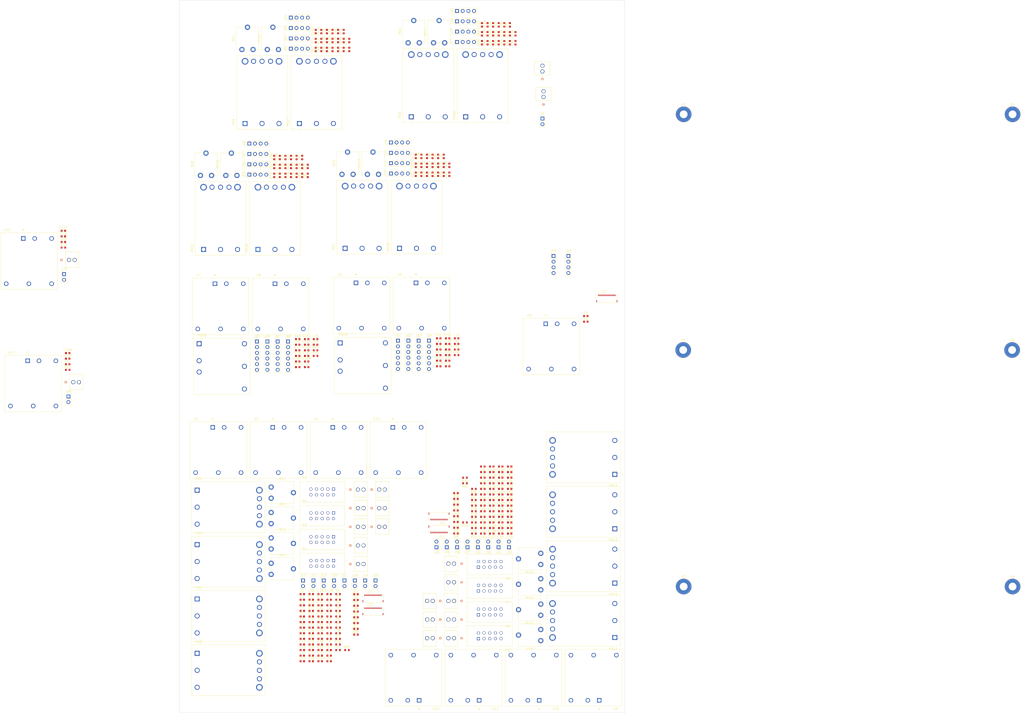
<source format=kicad_pcb>
(kicad_pcb (version 20240108) (generator "pcbnew") (generator_version "8.0")
  (layers (0 "F.Cu" signal) (31 "B.Cu" signal) (34 "B.Paste" user) (35 "F.Paste" user) (36 "B.SilkS" user "B.Silkscreen") (37 "F.SilkS" user "F.Silkscreen") (38 "B.Mask" user) (39 "F.Mask" user) (44 "Edge.Cuts" user))
  (net 0 "")
  (net 1 "48V")
  (net 2 "GND")
  (net 3 "Net-(PS2-GND)")
  (net 4 "Net-(PS3-GND)")
  (net 5 "Net-(PS4-GND)")
  (net 6 "Net-(PS5-GND)")
  (net 7 "Net-(PS7-GND)")
  (net 8 "Net-(PS11-GND)")
  (net 9 "Net-(PS12-GND)")
  (net 10 "Net-(PS13-GND)")
  (net 11 "Net-(PS15-GND)")
  (net 12 "Net-(PS16-GND)")
  (net 13 "Net-(PS17-GND)")
  (net 14 "/TxRFswMUXv1 board/+5V_1")
  (net 15 "/TxRFswMUXv1 board/+5V_2")
  (net 16 "/TxRFswMUXv1 board/+5V_3")
  (net 17 "/TxRFswMUXv1 board/+5V_4")
  (net 18 "/TxRFswMUXv1 board/P1.1_VCTL2_SW1")
  (net 19 "/TxRFswMUXv1 board/P1.2_VCTL2_SW2")
  (net 20 "/TxRFswMUXv1 board/P1.3_VCTL1")
  (net 21 "/TxRFswMUXv1 board/P2.1_VCTL2_SW1")
  (net 22 "/TxRFswMUXv1 board/P2.3_VCTL1")
  (net 23 "/TxRFswMUXv1 board/P3.1_VCTL2_SW1")
  (net 24 "/TxRFswMUXv1 board/P3.3_VCTL1")
  (net 25 "/TxRFswMUXv1 board/P4.1_VCTL2_SW1")
  (net 26 "/TxRFswMUXv1 board/P4.3_VCTL1")
  (net 27 "/TxRFswMUXv1 board/TxPA1_5V_CTL")
  (net 28 "/TxRFswMUXv1 board/TxPA2_5V_CTL")
  (net 29 "/TxRFswMUXv1 board/TxPA3_5V_CTL")
  (net 30 "/TxRFswMUXv1 board/TxPA4_5V_CTL")
  (net 33 "/TxRFswMUXv1 board/TxPA1_8V_CTL")
  (net 34 "/TxRFswMUXv1 board/TxPA2_8V_CTL")
  (net 35 "/TxRFswMUXv1 board/TxPA3_8V_CTL")
  (net 36 "/TxRFswMUXv1 board/TxPA4_8V_CTL")
  (net 39 "/RxRFswMUXv1 board/P1.1_VCTL2_SW1")
  (net 40 "/RxRFswMUXv1 board/P1.2_VCTL2_SW2")
  (net 41 "/RxRFswMUXv1 board/P1.3_VCTL1")
  (net 42 "/RxRFswMUXv1 board/P2.1_VCTL2_SW1")
  (net 43 "/RxRFswMUXv1 board/P2.3_VCTL1")
  (net 44 "/RxRFswMUXv1 board/P3.1_VCTL2_SW1")
  (net 45 "/RxRFswMUXv1 board/P3.3_VCTL1")
  (net 46 "/RxRFswMUXv1 board/P4.1_VCTL2_SW1")
  (net 47 "/RxRFswMUXv1 board/P4.3_VCTL1")
  (net 48 "+3.3V")
  (net 81 "Net-(PS2-TRIM)")
  (net 82 "Net-(PS3-TRIM)")
  (net 83 "Net-(PS4-TRIM)")
  (net 84 "Net-(PS5-TRIM)")
  (net 85 "Net-(PS7-TRIM)")
  (net 86 "Net-(PS11-TRIM)")
  (net 87 "Net-(PS12-TRIM)")
  (net 88 "Net-(PS13-TRIM)")
  (net 89 "Net-(PS15-TRIM)")
  (net 90 "Net-(PS16-TRIM)")
  (net 91 "Net-(PS17-TRIM)")
  (net 93 "/EN_3.3V_FROM_5V")
  (net 94 "Net-(PS9-GND)")
  (net 95 "Net-(PS10-GND)")
  (net 96 "Net-(PS14-GND)")
  (net 97 "Net-(D1-K)")
  (net 98 "Net-(D2-K)")
  (net 99 "Net-(D3-K)")
  (net 100 "Net-(D4-K)")
  (net 101 "Net-(D5-K)")
  (net 102 "Net-(D6-K)")
  (net 103 "Net-(D7-K)")
  (net 104 "Net-(D8-K)")
  (net 105 "Net-(D9-K)")
  (net 106 "/RxRFswMUXv1 board/+5V_1")
  (net 107 "Net-(D10-K)")
  (net 108 "/RxRFswMUXv1 board/+5V_2")
  (net 109 "Net-(D11-K)")
  (net 110 "/RxRFswMUXv1 board/+5V_3")
  (net 111 "Net-(D12-K)")
  (net 112 "/RxRFswMUXv1 board/+5V_4")
  (net 113 "Net-(D13-K)")
  (net 114 "Net-(D14-K)")
  (net 115 "Net-(D15-K)")
  (net 116 "Net-(D16-K)")
  (net 117 "Net-(PS9-TRIM)")
  (net 118 "Net-(PS10-TRIM)")
  (net 119 "Net-(PS14-TRIM)")
  (net 120 "/Tx_RPi4_HAT_board/+24V")
  (net 121 "Net-(PS19-GND)")
  (net 122 "Net-(PS8-GND)")
  (net 123 "/RxRFswMUXv1 board/RxLNA1_5V_CTL")
  (net 124 "/RxRFswMUXv1 board/RxLNA2_5V_CTL")
  (net 125 "/RxRFswMUXv1 board/RxLNA3_5V_CTL")
  (net 126 "/RxRFswMUXv1 board/RxLNA4_5V_CTL")
  (net 129 "/RxRFswMUXv1 board/RxLNA1_8V_CTL")
  (net 130 "/RxRFswMUXv1 board/RxLNA2_8V_CTL")
  (net 131 "/RxRFswMUXv1 board/RxLNA3_8V_CTL")
  (net 132 "/RxRFswMUXv1 board/RxLNA4_8V_CTL")
  (net 135 "Net-(PS8-TRIM)")
  (net 136 "/Rx_RPi4_HAT_board/+24V")
  (net 137 "/Tx_RPi4_HAT_board/+5V_1")
  (net 138 "/Tx_RPi4_HAT_board/+5V_2")
  (net 139 "/Rx_RPi4_HAT_board/+5V_1")
  (net 140 "/Rx_RPi4_HAT_board/+5V_2")
  (net 141 "/Tx_RPi4_HAT_board/PDQE15-Q48-D24-D_EMC_1/CTRL")
  (net 143 "Net-(PS19-TRIM)")
  (net 145 "/Rx_RPi4_HAT_board/PDQE15-Q48-D24-D_EMC_1/CTRL")
  (net 146 "+48V")
  (net 147 "Net-(U1-TRIM)")
  (net 148 "Net-(U2-TRIM)")
  (net 149 "Net-(U4-TRIM)")
  (net 150 "Net-(U5-TRIM)")
  (net 151 "Net-(U6-TRIM)")
  (net 152 "Net-(U7-TRIM)")
  (net 153 "Net-(U8-TRIM)")
  (net 154 "Net-(U9-TRIM)")
  (net 163 "/TxRFswMUXv1 board/+8V_1")
  (net 164 "/TxRFswMUXv1 board/+8V_2")
  (net 165 "/TxRFswMUXv1 board/+8V_3")
  (net 166 "/TxRFswMUXv1 board/+8V_4")
  (net 167 "/RxRFswMUXv1 board/+8V_2")
  (net 168 "/RxRFswMUXv1 board/+8V_1")
  (net 169 "/RxRFswMUXv1 board/+8V_3")
  (net 170 "/RxRFswMUXv1 board/+8V_4")
  (net 171 "/TxBFN-16C/+6.5V_2")
  (net 172 "/TxBFN-16F/+6.5V_2")
  (net 173 "/RxBFN-16F/+6.5V_2")
  (net 174 "/RxBFN-16C/+6.5V_2")
  (net 175 "/TxBFN-16C/+6.5V_1")
  (net 176 "/TxBFN-16F/+6.5V_1")
  (net 177 "/RxBFN-16F/+6.5V_1")
  (net 178 "/RxBFN-16C/+6.5V_1")
  (net 179 "/TxBFN-16C/+6.5V_CTL_2")
  (net 180 "/TxBFN-16F/+6.5V_CTL_2")
  (net 181 "/RxBFN-16F/+6.5V_CTL_2")
  (net 182 "/RxBFN-16C/+6.5V_CTL_2")
  (net 183 "/TxBFN-16C/+6.5V_CTL_1")
  (net 184 "/TxBFN-16F/+6.5V_CTL_1")
  (net 185 "/RxBFN-16F/+6.5V_CTL_1")
  (net 186 "/RxBFN-16C/+6.5V_CTL_1")
  (net 187 "/Rx_AGC/+6.5V")
  (net 188 "/Tx_AGC/+6.5V")
  (net 189 "Net-(U10-TRIM)")
  (net 190 "Net-(U11-TRIM)")
  (net 191 "Net-(U12-TRIM)")
  (net 192 "Net-(U13-TRIM)")
  (net 193 "/Tx_RPi4_HAT_board/PDQ10-Q48-S5-D_EMC_8/CTRL")
  (net 194 "/Tx_RPi4_HAT_board/PDQ10-Q48-S5-D_EMC_7/CTRL")
  (net 195 "/Rx_RPi4_HAT_board/PDQ10-Q48-S5-D_EMC_7/CTRL")
  (net 196 "/Rx_RPi4_HAT_board/PDQ10-Q48-S5-D_EMC_8/CTRL")
  (net 197 "/Tx_RPi4_HAT_board/PDQE15-Q48-D24-D_EMC_1/VIN")
  (net 198 "/Rx_RPi4_HAT_board/PDQE15-Q48-D24-D_EMC_1/VIN")
  (net 199 "/TxRFswMUXv1 board/PDQ10-Q48-S5-D_EMC_2/VIN")
  (net 200 "/TxRFswMUXv1 board/PDQ10-Q48-S5-D_EMC_3/VIN")
  (net 201 "/TxRFswMUXv1 board/PDQ10-Q48-S5-D_EMC_4/VIN")
  (net 202 "/Tx_RPi4_HAT_board/PDQ10-Q48-S5-D_EMC_8/VIN")
  (net 203 "/Tx_RPi4_HAT_board/PDQ10-Q48-S5-D_EMC_7/VIN")
  (net 204 "/Rx_RPi4_HAT_board/PDQ10-Q48-S5-D_EMC_7/VIN")
  (net 205 "/Rx_RPi4_HAT_board/PDQ10-Q48-S5-D_EMC_8/VIN")
  (net 206 "/RxRFswMUXv1 board/PDQ10-Q48-S5-D_EMC_10/VIN")
  (net 207 "/RxRFswMUXv1 board/PDQ10-Q48-S5-D_EMC_12/VIN")
  (net 208 "/RxRFswMUXv1 board/PDQ10-Q48-S5-D_EMC_9/VIN")
  (net 209 "/TxRFswMUXv1 board/PDQ10-Q48-S5-D_EMC_1/VIN")
  (net 210 "/RxRFswMUXv1 board/PDQ10-Q48-S5-D_EMC_11/VIN")
  (net 211 "/TxRFswMUXv1 board/PQC50-48-S5-O_EMC_trimmed_1/VIN")
  (net 212 "/TxRFswMUXv1 board/PQC50-48-S5-O_EMC_trimmed_2/VIN")
  (net 213 "/TxRFswMUXv1 board/PQC50-48-S5-O_EMC_trimmed_3/VIN")
  (net 214 "/TxRFswMUXv1 board/PQC50-48-S5-O_EMC_trimmed_4/VIN")
  (net 215 "/TxBFN-16C/PQC50-48-S5-O_EMC_trimmed_10/VIN")
  (net 216 "/TxBFN-16F/PQC50-48-S5-O_EMC_trimmed_10/VIN")
  (net 217 "/RxBFN-16F/PQC50-48-S5-O_EMC_trimmed_10/VIN")
  (net 218 "/RxBFN-16C/PQC50-48-S5-O_EMC_trimmed_10/VIN")
  (net 219 "/RxRFswMUXv1 board/PQC50-48-S5-O_EMC_trimmed_13/VIN")
  (net 220 "/RxRFswMUXv1 board/PQC50-48-S5-O_EMC_trimmed_12/VIN")
  (net 221 "/RxRFswMUXv1 board/PQC50-48-S5-O_EMC_trimmed_14/VIN")
  (net 222 "/RxRFswMUXv1 board/PQC50-48-S5-O_EMC_trimmed_11/VIN")
  (net 223 "/TxBFN-16C/PQC50-48-S5-O_EMC_trimmed_9/VIN")
  (net 224 "/TxBFN-16F/PQC50-48-S5-O_EMC_trimmed_9/VIN")
  (net 225 "/RxBFN-16F/PQC50-48-S5-O_EMC_trimmed_9/VIN")
  (net 226 "/RxBFN-16C/PQC50-48-S5-O_EMC_trimmed_9/VIN")
  (net 259 "/Rx_Eth_Switch/PDQ10-Q48-S5-D_EMC_13/VIN")
  (net 260 "/Tx_Eth_Switch/PDQ10-Q48-S5-D_EMC_13/VIN")
  (net 261 "/Rx_Eth_Switch/+5V")
  (net 262 "/Tx_Eth_Switch/+5V")
  (net 263 "/Rx_Eth_Switch/CTL")
  (net 264 "/Tx_Eth_Switch/CTL")
  (net 265 "Net-(U14-TRIM)")
  (net 266 "Net-(U15-TRIM)")
  (footprint "BCRL_power_supply:CONV_PDQ10-Q48-S5-D" (layer "F.Cu") (at 214.95 254)
    (property "Reference" "U2")
    (property "Value" "PDQ10-Q48-S5-D")
  )
  (footprint "Capacitor_SMD:C_0603_1608Metric" (layer "F.Cu") (at 310.7625 284 180)
    (property "Reference" "C110")
    (property "Value" "4.7uf/100v")
  )
  (footprint "BCRL_power_supply:CONN_OSTVN02A150_OST" (layer "F.Cu") (at 122.889724 223.550201)
    (property "Reference" "J23")
    (property "Value" "OSTVN02A150")
  )
  (footprint "Connector_PinHeader_2.54mm:PinHeader_1x02_P2.54mm_Vertical" (layer "F.Cu") (at 244.63 312.565)
    (property "Reference" "J17")
    (property "Value" "Conn_01x02")
  )
  (footprint "Capacitor_SMD:C_0603_1608Metric" (layer "F.Cu") (at 276.65 122.195 90)
    (property "Reference" "C127")
    (property "Value" "2.2nf/400vac")
  )
  (footprint "Capacitor_SMD:C_0603_1608Metric" (layer "F.Cu") (at 314.7725 284 180)
    (property "Reference" "C97")
    (property "Value" "2.2nf/400vac")
  )
  (footprint "BCRL_power_supply:CONN_OSTVN02A150_OST" (layer "F.Cu") (at 293.832776 313.376799 180)
    (property "Reference" "J27")
    (property "Value" "OSTVN02A150")
  )
  (footprint "Potentiometer_THT:Potentiometer_ACP_CA9-V10_Vertical" (layer "F.Cu") (at 211.73 309.845)
    (property "Reference" "RV4")
    (property "Value" "R_Potentiometer_Trim")
  )
  (footprint "Capacitor_SMD:C_0603_1608Metric" (layer "F.Cu") (at 234.24 66.165 90)
    (property "Reference" "C144")
    (property "Value" "330uf/63v")
  )
  (footprint "Capacitor_SMD:C_0603_1608Metric" (layer "F.Cu") (at 218.12 126.705 90)
    (property "Reference" "C153")
    (property "Value" "4.7uf/100v")
  )
  (footprint "Connector_PinHeader_2.54mm:PinHeader_1x06_P2.54mm_Vertical" (layer "F.Cu") (at 268.6575 204.93)
    (property "Reference" "J61")
    (property "Value" "Conn_01x06_Pin")
  )
  (footprint "Capacitor_SMD:C_0603_1608Metric" (layer "F.Cu") (at 236.75 74.185 90)
    (property "Reference" "C69")
    (property "Value" "4.7uf/100v")
  )
  (footprint "Connector_PinHeader_2.54mm:PinHeader_1x02_P2.54mm_Vertical" (layer "F.Cu") (at 285.9125 297.66 180)
    (property "Reference" "J40")
    (property "Value" "Conn_01x02")
  )
  (footprint "Capacitor_SMD:C_0603_1608Metric" (layer "F.Cu") (at 223.64 204.225)
    (property "Reference" "C45")
    (property "Value" "4.7uf/100v")
  )
  (footprint "Connector_PinHeader_2.54mm:PinHeader_1x04_P2.54mm_Vertical" (layer "F.Cu") (at 265.47 120.595 90)
    (property "Reference" "J45")
    (property "Value" "Conn_01x04_Pin")
  )
  (footprint "Inductor_SMD:L_0603_1608Metric" (layer "F.Cu") (at 237.74 346.305)
    (property "Reference" "L11")
    (property "Value" "2.2mh")
  )
  (footprint "BCRL_power_supply:TE_5104338-1" (layer "F.Cu") (at 239.72 271.547)
    (property "Reference" "P1")
    (property "Value" "5104338-1")
  )
  (footprint "LED_SMD:LED_0603_1608Metric" (layer "F.Cu") (at 294.6825 273.36 180)
    (property "Reference" "D16")
    (property "Value" "LED")
  )
  (footprint "Inductor_SMD:L_0603_1608Metric" (layer "F.Cu") (at 225.65 122.695 90)
    (property "Reference" "L44")
    (property "Value" "2.2mh")
  )
  (footprint "Capacitor_SMD:C_0603_1608Metric" (layer "F.Cu") (at 229.72 331.245)
    (property "Reference" "C21")
    (property "Value" "4.7uf/100v")
  )
  (footprint "BCRL_power_supply:CONV_PDQ10-Q48-S5-D" (layer "F.Cu") (at 329.5425 356.225 180)
    (property "Reference" "U10")
    (property "Value" "PDQ10-Q48-S5-D")
  )
  (footprint "Connector_PinHeader_2.54mm:PinHeader_1x02_P2.54mm_Vertical" (layer "F.Cu") (at 258.58 312.565)
    (property "Reference" "J20")
    (property "Value" "Conn_01x02")
  )
  (footprint "Inductor_SMD:L_0603_1608Metric" (layer "F.Cu") (at 237.74 321.205)
    (property "Reference" "L1")
    (property "Value" "4.7uh/3.1a")
  )
  (footprint "Capacitor_SMD:C_0603_1608Metric" (layer "F.Cu") (at 227.65 206.735)
    (property "Reference" "C165")
    (property "Value" "330uf/100v")
  )
  (footprint "Capacitor_SMD:C_0603_1608Metric" (layer "F.Cu") (at 286.9375 203.86)
    (property "Reference" "C41")
    (property "Value" "4.7uf/100v")
  )
  (footprint "LED_SMD:LED_0603_1608Metric" (layer "F.Cu") (at 294.6825 283.72 180)
    (property "Reference" "D12")
    (property "Value" "LED")
  )
  (footprint "Capacitor_SMD:C_0603_1608Metric" (layer "F.Cu") (at 223.64 214.265)
    (property "Reference" "C162")
    (property "Value" "330uf/100v")
  )
  (footprint "Capacitor_SMD:C_0603_1608Metric" (layer "F.Cu") (at 276.65 130.215 90)
    (property "Reference" "C51")
    (property "Value" "680uf/100v")
  )
  (footprint "BCRL_power_supply:CONV_PQC50-48-S5-O" (layer "F.Cu") (at 192.475 304.085)
    (property "Reference" "PS3")
    (property "Value" "PQC50-48-S5-O")
  )
  (footprint "Inductor_SMD:L_0603_1608Metric" (layer "F.Cu") (at 306.7525 266.43 180)
    (property "Reference" "L33")
    (property "Value" "2.2mh")
  )
  (footprint "LED_SMD:LED_0603_1608Metric" (layer "F.Cu") (at 249.81 329.095)
    (property "Reference" "D5")
    (property "Value" "LED")
  )
  (footprint "Connector_PinHeader_2.54mm:PinHeader_1x06_P2.54mm_Vertical" (layer "F.Cu") (at 277.9575 204.93)
    (property "Reference" "J63")
    (property "Value" "Conn_01x06_Pin")
  )
  (footprint "Inductor_SMD:L_0603_1608Metric" (layer "F.Cu") (at 218.12 122.695 90)
    (property "Reference" "L23")
    (property "Value" "2.2mh")
  )
  (footprint "Capacitor_SMD:C_0603_1608Metric" (layer "F.Cu") (at 229.72 323.715)
    (property "Reference" "C18")
    (property "Value" "4.7uf/100v")
  )
  (footprint "Inductor_SMD:L_0603_1608Metric" (layer "F.Cu") (at 237.74 328.735)
    (property "Reference" "L4")
    (property "Value" "2.2mh")
  )
  (footprint "Capacitor_SMD:C_0603_1608Metric" (layer "F.Cu") (at 314.7725 263.92 180)
    (property "Reference" "C105")
    (property "Value" "4.7uf/100v")
  )
  (footprint "Capacitor_SMD:C_0603_1608Metric" (layer "F.Cu") (at 120.38 212.995)
    (property "Reference" "C170")
    (property "Value" "4.7uf/100v")
  )
  (footprint "Inductor_SMD:L_0603_1608Metric" (layer "F.Cu") (at 289.2 122.195 90)
    (property "Reference" "L37")
    (property "Value" "2.2mh")
  )
  (footprint "Connector_PinHeader_2.54mm:PinHeader_1x02_P2.54mm_Vertical" (layer "F.Cu") (at 333.5 105.225)
    (property "Reference" "J3")
    (property "Value" "Conn_01x02")
  )
  (footprint "BCRL_power_supply:CONN_OSTVN02A150_OST" (layer "F.Cu") (at 250.659724 288.482201)
    (property "Reference" "J6")
    (property "Value" "OSTVN02A150")
  )
  (footprint "BCRL_power_supply:MOLEX_5034801600" (layer "F.Cu") (at 362.41 185.95)
    (property "Reference" "J12")
    (property "Value" "5034801600")
  )
  (footprint "Resistor_SMD:R_0603_1608Metric" (layer "F.Cu") (at 302.7425 276.47 180)
    (property "Reference" "R30")
    (property "Value" "1k")
  )
  (footprint "BCRL_power_supply:CONV_PDQ10-Q48-S5-D" (layer "F.Cu") (at 356.4925 356.225 180)
    (property "Reference" "U9")
    (property "Value" "PDQ10-Q48-S5-D")
  )
  (footprint "Inductor_SMD:L_0603_1608Metric" (layer "F.Cu") (at 237.74 338.775)
    (property "Reference" "L8")
    (property "Value" "2.2mh")
  )
  (footprint "BCRL_power_supply:CONV_PDQ10-Q48-S5-D" (layer "F.Cu") (at 104.9 224.1)
    (property "Reference" "U14")
    (property "Value" "PDQ10-Q48-S5-D")
  )
  (footprint "BCRL_power_supply:CONN_OSTVN02A150_OST" (layer "F.Cu") (at 293.832776 338.474799 180)
    (property "Reference" "J24")
    (property "Value" "OSTVN02A150")
  )
  (footprint "Capacitor_SMD:C_0603_1608Metric" (layer "F.Cu") (at 352.98 196.395)
    (property "Reference" "C6")
    (property "Value" "4.7uf/100uf")
  )
  (footprint "Capacitor_SMD:C_0603_1608Metric" (layer "F.Cu") (at 241.77 74.185 90)
    (property "Reference" "C71")
    (property "Value" "4.7uf/100v")
  )
  (footprint "Capacitor_SMD:C_0603_1608Metric" (layer "F.Cu") (at 352.98 193.885)
    (property "Reference" "C5")
    (property "Value" "4.7uf/100v")
  )
  (footprint "Capacitor_SMD:C_0603_1608Metric" (layer "F.Cu") (at 310.7625 271.45 180)
    (property "Reference" "C115")
    (property "Value" "2.2nf/400vac")
  )
  (footprint "Capacitor_SMD:C_0603_1608Metric" (layer "F.Cu") (at 233.73 333.755)
    (property "Reference" "C35")
    (property "Value" "4.7uf/100v")
  )
  (footprint "Capacitor_SMD:C_0603_1608Metric" (layer "F.Cu") (at 229.72 338.775)
    (property "Reference" "C24")
    (property "Value" "330uf/63v")
  )
  (footprint "Capacitor_SMD:C_0603_1608Metric" (layer "F.Cu") (at 246.79 74.185 90)
    (property "Reference" "C73")
    (property "Value" "2.2nf/400vac")
  )
  (footprint "BCRL_power_supply:CONV_PDQ10-Q48-S5-D" (layer "F.Cu") (at 102.970276 169.199799)
    (property "Reference" "U15")
    (property "Value" "PDQ10-Q48-S5-D")
  )
  (footprint "Inductor_SMD:L_0603_1608Metric" (layer "F.Cu") (at 220.63 122.695 90)
    (property "Reference" "L24")
    (property "Value" "2.2mh")
  )
  (footprint "Capacitor_SMD:C_0603_1608Metric" (layer "F.Cu") (at 225.71 333.755)
    (property "Reference" "C9")
    (property "Value" "680uf/100v")
  )
  (footprint "Potentiometer_THT:Potentiometer_ACP_CA9-V10_Vertical" (layer "F.Cu") (at 211.73 298.445)
    (property "Reference" "RV3")
    (property "Value" "R_Potentiometer_Trim")
  )
  (footprint "Capacitor_SMD:C_0603_1608Metric" (layer "F.Cu") (at 311.37 67.155 90)
    (property "Reference" "C130")
    (property "Value" "4.7uf/100v")
  )
  (footprint "Connector_PinHeader_2.54mm:PinHeader_1x04_P2.54mm_Vertical" (layer "F.Cu") (at 295.17 61.545 90)
    (property "Reference" "J49")
    (property "Value" "Conn_01x04_Pin")
  )
  (footprint "Capacitor_SMD:C_0603_1608Metric" (layer "F.Cu") (at 233.73 346.305)
    (property "Reference" "C40")
    (property "Value" "330uf/63v")
  )
  (footprint "Resistor_SMD:R_0603_1608Metric" (layer "F.Cu") (at 241.75 328.735)
    (property "Reference" "R5")
    (property "Value" "1k")
  )
  (footprint "Potentiometer_THT:Potentiometer_ACP_CA9-V10_Vertical" (layer "F.Cu") (at 211.73 287.045)
    (property "Reference" "RV2")
    (property "Value" "R_Potentiometer_Trim")
  )
  (footprint "Capacitor_SMD:C_0603_1608Metric" (layer "F.Cu") (at 290.9475 206.37)
    (property "Reference" "C148")
    (property "Value" "330uf/100v")
  )
  (footprint "Connector_PinHeader_2.54mm:PinHeader_1x04_P2.54mm_Vertical" (layer "F.Cu") (at 338.5 166.92)
    (property "Reference" "J59")
    (property "Value" "Conn_01x04_Pin")
  )
  (footprint "BCRL_power_supply:CONV_PDQ10-Q48-S5-D" (layer "F.Cu") (at 188 254)
    (property "Reference" "U1")
    (property "Value" "PDQ10-Q48-S5-D")
  )
  (footprint "Capacitor_SMD:C_0603_1608Metric" (layer "F.Cu") (at 318.7825 284 180)
    (property "Reference" "C84")
    (property "Value" "4.7uf/100v")
  )
  (footprint "Capacitor_SMD:C_0603_1608Metric" (layer "F.Cu") (at 281.67 130.215 90)
    (property "Reference" "C53")
    (property "Value" "4.7uf/100v")
  )
  (footprint "Inductor_SMD:L_0603_1608Metric" (layer "F.Cu") (at 237.74 343.795)
    (property "Reference" "L10")
    (property "Value" "2.2mh")
  )
  (footprint "BCRL_power_supply:TE_5104338-1" (layer "F.Cu") (at 239.72 282.241)
    (property "Reference" "P2")
    (property "Value" "5104338-1")
  )
  (footprint "LED_SMD:LED_0603_1608Metric" (layer "F.Cu") (at 294.6825 286.31 180)
    (property "Reference" "D11")
    (property "Value" "LED")
  )
  (footprint "Capacitor_SMD:C_0603_1608Metric" (layer "F.Cu") (at 233.73 343.795)
    (property "Reference" "C39")
    (property "Value" "2.2nf/400vac")
  )
  (footprint "Inductor_SMD:L_0603_1608Metric" (layer "F.Cu") (at 237.74 333.755)
    (property "Reference" "L6")
    (property "Value" "2.2mh")
  )
  (footprint "Potentiometer_THT:Potentiometer_ACP_CA9-V10_Vertical" (layer "F.Cu") (at 184.97 130.745 90)
    (property "Reference" "RV8")
    (property "Value" "R_Potentiometer_Trim")
  )
  (footprint "LED_SMD:LED_0603_1608Metric" (layer "F.Cu") (at 294.6825 291.49 180)
    (property "Reference" "D9")
    (property "Value" "LED")
  )
  (footprint "Inductor_SMD:L_0603_1608Metric" (layer "F.Cu") (at 306.7525 276.47 180)
    (property "Reference" "L29")
    (property "Value" "4.7uh/3.1a")
  )
  (footprint "Capacitor_SMD:C_0603_1608Metric" (layer "F.Cu") (at 225.71 321.205)
    (property "Reference" "C2")
    (property "Value" "4.7uf/100v")
  )
  (footprint "Capacitor_SMD:C_0603_1608Metric" (layer "F.Cu") (at 220.63 126.705 90)
    (property "Reference" "C154")
    (property "Value" "4.7uf/100v")
  )
  (footprint "Capacitor_SMD:C_0603_1608Metric" (layer "F.Cu") (at 223.64 216.775)
    (property "Reference" "C163")
    (property "Value" "4.7uf/100v")
  )
  (footprint "Connector_PinHeader_2.54mm:PinHeader_1x04_P2.54mm_Vertical" (layer "F.Cu") (at 295.17 66.195 90)
    (property "Reference" "J48")
    (property "Value" "Conn_01x04_Pin")
  )
  (footprint "Potentiometer_THT:Potentiometer_ACP_CA9-V10_Vertical" (layer "F.Cu") (at 332.7625 323.18 180)
    (property "Reference" "RV10")
    (property "Value" "R_Potentiometer_Trim")
  )
  (footprint "Resistor_SMD:R_0603_1608Metric" (layer "F.Cu") (at 241.75 326.225)
    (property "Reference" "R4")
    (property "Value" "1k")
  )
  (footprint "LED_SMD:LED_0603_1608Metric" (layer "F.Cu") (at 249.81 323.915)
    (property "Reference" "D3")
    (property "Value" "LED")
  )
  (footprint "Capacitor_SMD:C_0603_1608Metric" (layer "F.Cu") (at 314.7725 286.51 180)
    (property "Reference" "C96")
    (property "Value" "2.2nf/400vac")
  )
  (footprint "Inductor_SMD:L_0603_1608Metric" (layer "F.Cu") (at 231.66 206.735)
    (property "Reference" "L46")
    (property "Value" "4.7uh/3.1a")
  )
  (footprint "Capacitor_SMD:C_0603_1608Metric" (layer "F.Cu") (at 234.24 70.175 90)
    (property "Reference" "C137")
    (property "Value" "680uf/100v")
  )
  (footprint "Capacitor_SMD:C_0603_1608Metric" (layer "F.Cu") (at 223.64 206.735)
    (property "Reference" "C46")
    (property "Value" "4.7uf/100v")
  )
  (footprint "BCRL_power_supply:CONV_PDQE15-Q48-D24-D" (layer "F.Cu") (at 189.56 216.445)
    (property "Reference" "PS20")
    (property "Value" "PDQE15-Q48-D24-D")
  )
  (footprint "Connector_PinHeader_2.54mm:PinHeader_1x06_P2.54mm_Vertical" (layer "F.Cu") (at 273.3075 204.93)
    (property "Reference" "J62")
    (property "Value" "Conn_01x06_Pin")
  )
  (footprint "Capacitor_SMD:C_0603_1608Metric" (layer "F.Cu") (at 227.65 211.755)
    (property "Reference" "C167")
    (property "Value" "1nf/2kv")
  )
  (footprint "LED_SMD:LED_0603_1608Metric" (layer "F.Cu") (at 294.6825 275.95 180)
    (property "Reference" "D15")
    (property "Value" "LED")
  )
  (footprint "Inductor_SMD:L_0603_1608Metric" (layer "F.Cu") (at 306.7525 271.45 180)
    (property "Reference" "L31")
    (property "Value" "2.2mh")
  )
  (footprint "Capacitor_SMD:C_0603_1608Metric" (layer "F.Cu") (at 244.28 70.175 90)
    (property "Reference" "C141")
    (property "Value" "4.7uf/100v")
  )
  (footprint "Capacitor_SMD:C_0603_1608Metric" (layer "F.Cu") (at 318.7825 271.45 180)
    (property "Reference" "C89")
    (property "Value" "2.2nf/400vac")
  )
  (footprint "Capacitor_SMD:C_0603_1608Metric" (layer "F.Cu") (at 229.72 348.815)
    (property "Reference" "C28")
    (property "Value" "4.7uf/100v")
  )
  (footprint "BCRL_power_supply:CONV_PDQ10-Q48-S5-D" (layer "F.Cu") (at 302.5925 356.225 180)
    (property "Reference" "U11")
    (property "Value" "PDQ10-Q48-S5-D")
  )
  (footprint "Resistor_SMD:R_0603_1608Metric" (layer "F.Cu") (at 118.450276 163.114799)
    (property "Reference" "R13")
    (property "Value" "3.4k")
  )
  (footprint "BCRL_power_supply:TE_5104338-1" (layer "F.Cu") (at 304.7725 338.678 180)
    (property "Reference" "P5")
    (property "Value" "5104338-1")
  )
  (footprint "Resistor_SMD:R_0603_1608Metric" (layer "F.Cu") (at 241.75 323.715)
    (property "Reference" "R3")
    (property "Value" "1k")
  )
  (footprint "Capacitor_SMD:C_0603_1608Metric" (layer "F.Cu") (at 246.79 70.175 90)
    (property "Reference" "C142")
    (property "Value" "2.2nf/400vac")
  )
  (footprint "Capacitor_SMD:C_0603_1608Metric" (layer "F.Cu") (at 289.2 126.205 90)
    (property "Reference" "C125")
    (property "Value" "4.7uf/100v")
  )
  (footprint "BCRL_power_supply:CONN_OSTVN02A150_OST" (layer "F.Cu") (at 293.832776 330.108799 180)
    (property "Reference" "J25")
    (property "Value" "OSTVN02A150")
  )
  (footprint "Resistor_SMD:R_0603_1608Metric" (layer "F.Cu") (at 294.9575 208.88)
    (property "Reference" "R32")
    (property "Value" "3.4k")
  )
  (footprint "Capacitor_SMD:C_0603_1608Metric" (layer "F.Cu") (at 223.64 209.245)
    (property "Reference" "C47")
    (property "Value" "4.7uf/100v")
  )
  (footprint "Capacitor_SMD:C_0603_1608Metric" (layer "F.Cu") (at 227.65 204.225)
    (property "Reference" "C164")
    (property "Value" "4.7uf/100v")
  )
  (footprint "Capacitor_SMD:C_0603_1608Metric" (layer "F.Cu") (at 237.74 318.695)
    (property "Reference" "C120")
    (property "Value" "4.7uf/100v")
  )
  (footprint "Capacitor_SMD:C_0603_1608Metric" (layer "F.Cu") (at 290.9475 203.86)
    (property "Reference" "C147")
    (property "Value" "4.7uf/100v")
  )
  (footprint "Capacitor_SMD:C_0603_1608Metric" (layer "F.Cu") (at 231.73 66.165 90)
    (property "Reference" "C143")
    (property "Value" "2.2nf/400vac")
  )
  (footprint "Resistor_SMD:R_0603_1608Metric" (layer "F.Cu") (at 302.7425 291.53 180)
    (property "Reference" "R24")
    (property "Value" "1k")
  )
  (footprint "Capacitor_SMD:C_0603_1608Metric" (layer "F.Cu") (at 225.71 336.265)
    (property "Reference" "C10")
    (property "Value" "4.7uf/100v")
  )
  (footprint "Capacitor_SMD:C_0603_1608Metric" (layer "F.Cu") (at 233.73 318.695)
    (property "Reference" "C29")
    (property "Value" "4.7uf/100v")
  )
  (footprint "Capacitor_SMD:C_0603_1608Metric" (layer "F.Cu") (at 118.450276 155.584799)
    (property "Reference" "C171")
    (property "Value" "4.7uf/100v")
  )
  (footprint "MountingHole:MountingHole_3.5mm_Pad" (layer "F.Cu") (at 396.9 103.3)
    (property "Reference" "H1")
    (property "Value" "MountingHole")
  )
  (footprint "Inductor_SMD:L_0603_1608Metric" (layer "F.Cu") (at 306.7525 278.98 180)
    (property "Reference" "L28")
    (property "Value" "2.2mh")
  )
  (footprint "Potentiometer_THT:Potentiometer_ACP_CA9-V10_Vertical" (layer "F.Cu") (at 332.7625 334.58 180)
    (property "Reference" "RV9")
    (property "Value" "R_Potentiometer_Trim")
  )
  (footprint "Inductor_SMD:L_0603_1608Metric" (layer "F.Cu") (at 306.7525 281.49 180)
    (property "Reference" "L27")
    (property "Value" "2.2mh")
  )
  (footprint "Capacitor_SMD:C_0603_1608Metric" (layer "F.Cu") (at 290.9475 208.88)
    (property "Reference" "C149")
    (property "Value" "1nf/2kv")
  )
  (footprint "Capacitor_SMD:C_0603_1608Metric" (layer "F.Cu") (at 234.24 74.185 90)
    (property "Reference" "C68")
    (property "Value" "4.7uf/100v")
  )
  (footprint "BCRL_power_supply:CONN_OSTVN02A150_OST" (layer "F.Cu") (at 293.832776 321.742799 180)
    (property "Reference" "J26")
    (property "Value" "OSTVN02A150")
  )
  (footprint "LED_SMD:LED_0603_1608Metric" (layer "F.Cu") (at 249.81 326.505)
    (property "Reference" "D4")
    (property "Value" "LED")
  )
  (footprint "BCRL_power_supply:MOLEX_5034801600" (layer "F.Cu") (at 287.0525 283.81 180)
    (property "Reference" "J42")
    (property "Value" "5034801600")
  )
  (footprint "Inductor_SMD:L_0603_1608Metric" (layer "F.Cu") (at 241.77 66.165 90)
    (property "Reference" "L40")
    (property "Value" "2.2mh")
  )
  (footprint "Connector_PinHeader_2.54mm:PinHeader_1x06_P2.54mm_Vertical" (layer "F.Cu") (at 282.6075 204.93)
    (property "Reference" "J64")
    (property "Value" "Conn_01x06_Pin")
  )
  (footprint "Capacitor_SMD:C_0603_1608Metric" (layer "F.Cu") (at 290.9475 211.39)
    (property "Reference" "C150")
    (property "Value" "1nf/2kv")
  )
  (footprint "Capacitor_SMD:C_0603_1608Metric" (layer "F.Cu") (at 286.9375 208.88)
    (property "Reference" "C43")
    (property "Value" "4.7uf/100v")
  )
  (footprint "Capacitor_SMD:C_0603_1608Metric" (layer "F.Cu") (at 215.61 122.695 90)
    (property "Reference" "C159")
    (property "Value" "330uf/63v")
  )
  (footprint "Resistor_SMD:R_0603_1608Metric" (layer "F.Cu") (at 120.38 218.015)
    (property "Reference" "R12")
    (property "Value" "3.4k")
  )
  (footprint "Capacitor_SMD:C_0603_1608Metric" (layer "F.Cu") (at 225.71 323.715)
    (property "Reference" "C3")
    (property "Value" "4.7uf/100v")
  )
  (footprint "Resistor_SMD:R_0603_1608Metric" (layer "F.Cu") (at 302.7425 284 180)
    (property "Reference" "R27")
    (property "Value" "1k")
  )
  (footprint "MountingHole:MountingHole_3.5mm_Pad" (layer "F.Cu") (at 544.55 315.3)
    (property "Reference" "H4")
    (property "Value" "MountingHole")
  )
  (footprint "Capacitor_SMD:C_0603_1608Metric" (layer "F.Cu") (at 225.71 331.245)
    (property "Reference" "C8")
    (property "Value" "4.7uf/100v")
  )
  (footprint "LED_SMD:LED_0603_1608Metric" (layer "F.Cu") (at 249.81 334.275)
    (property "Reference" "D7")
    (property "Value" "LED")
  )
  (footprint "BCRL_power_supply:TE_5104338-1" (layer "F.Cu") (at 304.7725 327.984 180)
    (property "Reference" "P6")
    (property "Value" "5104338-1")
  )
  (footprint "BCRL_power_supply:CONV_PQC50-48-S5-O" (layer "F.Cu") (at 192.475 279.675)
    (property "Reference" "PS2")
    (property "Value" "PQC50-48-S5-O")
  )
  (footprint "Resistor_SMD:R_0603_1608Metric" (layer "F.Cu") (at 302.7425 273.96 180)
    (property "Reference" "R31")
    (property "Value" "1k")
  )
  (footprint "BCRL_power_supply:CONN_OSTVN02A150_OST" (layer "F.Cu") (at 250.659724 305.214201)
    (property "Reference" "J8")
    (property "Value" "OSTVN02A150")
  )
  (footprint "Resistor_SMD:R_0603_1608Metric" (layer "F.Cu") (at 241.75 321.205)
    (property "Reference" "R2")
    (property "Value" "1k")
  )
  (footprint "Connector_PinHeader_2.54mm:PinHeader_1x02_P2.54mm_Vertical" (layer "F.Cu") (at 309.1625 297.66 180)
    (property "Reference" "J35")
    (property "Value" "Conn_01x02")
  )
  (footprint "Capacitor_SMD:C_0603_1608Metric" (layer "F.Cu") (at 318.9 71.165 90)
    (property "Reference" "C64")
    (property "Value" "2.2nf/400vac")
  )
  (footprint "Inductor_SMD:L_0603_1608Metric" (layer "F.Cu") (at 237.74 323.715)
    (property "Reference" "L2")
    (property "Value" "4.7uh/3.1a")
  )
  (footprint "Capacitor_SMD:C_0603_1608Metric" (layer "F.Cu") (at 220.63 130.715 90)
    (property "Reference" "C78")
    (property "Value" "4.7uf/100v")
  )
  (footprint "Capacitor_SMD:C_0603_1608Metric" (layer "F.Cu") (at 314.7725 281.49 180)
    (property "Reference" "C98")
    (property "Value" "330uf/63v")
  )
  (footprint "Capacitor_SMD:C_0603_1608Metric" (layer "F.Cu") (at 233.73 328.735)
    (property "Reference" "C33")
    (property "Value" "680uf/100v")
  )
  (footprint "Resistor_SMD:R_0603_1608Metric" (layer "F.Cu") (at 298.7325 268.94 180)
    (property "Reference" "R62")
    (property "Value" "3.4k")
  )
  (footprint "Capacitor_SMD:C_0603_1608Metric" (layer "F.Cu") (at 229.72 343.795)
    (property "Reference" "C26")
    (property "Value" "4.7uf/100v")
  )
  (footprint "Capacitor_SMD:C_0603_1608Metric" (layer "F.Cu") (at 233.73 321.205)
    (property "Reference" "C30")
    (property "Value" "2.2nf/400vac")
  )
  (footprint "Connector_PinHeader_2.54mm:PinHeader_1x02_P2.54mm_Vertical" (layer "F.Cu") (at 120.7 229.955)
    (property "Reference" "J69")
    (property "Value" "Conn_01x02")
  )
  (footprint "BCRL_power_supply:CONV_PQC50-48-S5-O" (layer "F.Cu") (at 276.96 149.5 90)
    (property "Reference" "PS15")
    (property "Value" "PQC50-48-S5-O")
  )
  (footprint "Inductor_SMD:L_0603_1608Metric" (layer "F.Cu") (at 236.75 66.165 90)
    (property "Reference" "L21")
    (property "Value" "2.2mh")
  )
  (footprint "Inductor_SMD:L_0603_1608Metric" (layer "F.Cu") (at 306.7525 268.94 180)
    (property "Reference" "L32")
    (property "Value" "2.2mh")
  )
  (footprint "Resistor_SMD:R_0603_1608Metric" (layer "F.Cu") (at 231.66 209.245)
    (property "Reference" "R34")
    (property "Value" "3.4k")
  )
  (footprint "BCRL_power_supply:CONN_OSTVN02A150_OST" (layer "F.Cu") (at 284.272976 321.742799 180)
    (property "Reference" "J31")
    (property "Value" "OSTVN02A150")
  )
  (footprint "LED_SMD:LED_0603_1608Metric" (layer "F.Cu") (at 249.81 336.865)
    (property "Reference" "D8")
    (property "Value" "LED")
  )
  (footprint "Capacitor_SMD:C_0603_1608Metric" (layer "F.Cu") (at 306.35 71.165 90)
    (property "Reference" "C59")
    (property "Value" "680uf/100v")
  )
  (footprint "Capacitor_SMD:C_0603_1608Metric" (layer "F.Cu") (at 310.7625 278.98 180)
    (property "Reference" "C112")
    (property "Value" "4.7uf/100v")
  )
  (footprint "Capacitor_SMD:C_0603_1608Metric" (layer "F.Cu") (at 233.73 336.265)
    (property "Reference" "C36")
    (property "Value" "4.7uf/100v")
  )
  (footprint "BCRL_power_supply:CONV_PQC50-48-S5-O" (layer "F.Cu") (at 352.0175 257.32 180)
    (property "Reference" "PS14")
    (property "Value" "PQC50-48-S5-O")
  )
  (footprint "Potentiometer_THT:Potentiometer_ACP_CA9-V10_Vertical" (layer "F.Cu") (at 259.92 130.245 90)
    (property "Reference" "RV13")
    (property "Value" "R_Potentiometer_Trim")
  )
  (footprint "BCRL_power_supply:CONV_PQC50-48-S5-O" (layer "F.Cu") (at 352.0175 281.73 180)
    (property "Reference" "PS13")
    (property "Value" "PQC50-48-S5-O")
  )
  (footprint "Capacitor_SMD:C_0603_1608Metric" (layer "F.Cu") (at 229.72 328.735)
    (property "Reference" "C20")
    (property "Value" "4.7uf/100v")
  )
  (footprint "Connector_PinHeader_2.54mm:PinHeader_1x04_P2.54mm_Vertical" (layer "F.Cu") (at 345.15 166.92)
    (property "Reference" "J60")
    (property "Value" "Conn_01x04_Pin")
  )
  (footprint "BCRL_power_supply:CONV_PDQ10-Q48-S5-D" (layer "F.Cu") (at 215.95 189.5)
    (property "Reference" "U8")
    (property "Value" "PDQ10-Q48-S5-D")
  )
  (footprint "Capacitor_SMD:C_0603_1608Metric" (layer "F.Cu") (at 229.72 321.205)
    (property "Reference" "C17")
    (property "Value" "680uf/100v")
  )
  (footprint "Inductor_SMD:L_0603_1608Metric" (layer "F.Cu") (at 286.69 122.195 90)
    (property "Reference" "L36")
    (property "Value" "2.2mh")
  )
  (footprint "Capacitor_SMD:C_0603_1608Metric" (layer "F.Cu") (at 311.37 71.165 90)
    (property "Reference" "C61")
    (property "Value" "4.7uf/100v")
  )
  (footprint "BCRL_power_supply:CONV_PQC50-48-S5-O" (layer "F.Cu") (at 282.25 90.45 90)
    (property "Reference" "PS8")
    (property "Value" "PQC50-48-S5-O")
  )
  (footprint "BCRL_power_supply:CONV_PDQ10-Q48-S5-D" (layer "F.Cu") (at 275.6425 356.225 180)
    (property "Reference" "U13")
    (property "Value" "PDQ10-Q48-S5-D")
  )
  (footprint "Capacitor_SMD:C_0603_1608Metric" (layer "F.Cu") (at 316.39 71.165 90)
    (property "Reference" "C63")
    (property "Value" "4.7uf/100v")
  )
  (footprint "Capacitor_SMD:C_0603_1608Metric" (layer "F.Cu") (at 225.71 341.285)
    (property "Reference" "C12")
    (property "Value" "4.7uf/100v")
  )
  (footprint "Capacitor_SMD:C_0603_1608Metric" (layer "F.Cu") (at 215.61 126.705 90)
    (property "Reference" "C152")
    (property "Value" "680uf/100v")
  )
  (footprint "Inductor_SMD:L_0603_1608Metric" (layer "F.Cu") (at 306.7525 261.41 180)
    (property "Reference" "L45")
    (property "Value" "4.7uh/3.1a")
  )
  (footprint "Inductor_SMD:L_0603_1608Metric" (layer "F.Cu") (at 284.18 122.195 90)
    (property "Reference" "L18")
    (property "Value" "2.2mh")
  )
  (footprint "Inductor_SMD:L_0603_1608Metric" (layer "F.Cu") (at 227.65 216.775)
    (property "Reference" "L14")
    (property "Value" "4.7uh/3.1a")
  )
  (footprint "Connector_PinHeader_2.54mm:PinHeader_1x04_P2.54mm_Vertical" (layer "F.Cu") (at 201.92 130.395 90)
    (property "Reference" "J55")
    (property "Value" "Conn_01x04_Pin")
  )
  (footprint "Resistor_SMD:R_0603_1608Metric" (layer "F.Cu") (at 241.75 331.245)
    (property "Reference" "R6")
    (property "Value" "1k")
  )
  (footprint "Inductor_SMD:L_0603_1608Metric" (layer "F.Cu") (at 231.66 204.225)
    (property "Reference" "L15")
    (property "Value" "4.7uh/3.1a")
  )
  (footprint "Resistor_SMD:R_0603_1608Metric" (layer "F.Cu") (at 298.7325 286.51 180)
    (property "Reference" "R55")
    (property "Value" "3.4k")
  )
  (footprint "Potentiometer_THT:Potentiometer_ACP_CA9-V10_Vertical" (layer "F.Cu") (at 203.6 74.215 90)
    (property "Reference" "RV7")
    (property "Value" "R_Potentiometer_Trim")
  )
  (footprint "BCRL_power_supply:CONV_PQC50-48-S5-O" (layer "F.Cu") (at 352.0175 306.14 180)
    (property "Reference" "PS12")
    (property "Value" "PQC50-48-S5-O")
  )
  (footprint "Capacitor_SMD:C_0603_1608Metric" (layer "F.Cu") (at 318.7825 263.92 180)
    (property "Reference" "C92")
    (property "Value" "4.7uf/100v")
  )
  (footprint "Connector_PinHeader_2.54mm:PinHeader_1x06_P2.54mm_Vertical" (layer "F.Cu") (at 205.36 205.295)
    (property "Reference" "J65")
    (property "Value" "Conn_01x06_Pin")
  )
  (footprint "Inductor_SMD:L_0603_1608Metric" (layer "F.Cu") (at 237.74 348.815)
    (property "Reference" "L35")
    (property "Value" "4.7uh/3.1a")
  )
  (footprint "BCRL_power_supply:CONV_PQC50-48-S5-O" (layer "F.Cu") (at 232.04 93.47 90)
    (property "Reference" "PS17")
    (property "Value" "PQC50-48-S5-O")
  )
  (footprint "Capacitor_SMD:C_0603_1608Metric" (layer "F.Cu") (at 213.1 122.695 90)
    (property "Reference" "C158")
    (property "Value" "2.2nf/400vac")
  )
  (footprint "Connector_PinHeader_2.54mm:PinHeader_1x02_P2.54mm_Vertical" (layer "F.Cu") (at 299.8625 297.66 180)
    (property "Reference" "J37")
    (property "Value" "Conn_01x02")
  )
  (footprint "BCRL_power_supply:CONV_PQC50-48-S5-O" (layer "F.Cu") (at 352.0175 330.55 180)
    (property "Reference" "PS11")
    (property "Value" "PQC50-48-S5-O")
  )
  (footprint "Resistor_SMD:R_0603_1608Metric" (layer "F.Cu") (at 241.75 338.775)
    (property "Reference" "R9")
    (property "Value" "3.4k")
  )
  (footprint "Inductor_SMD:L_0603_1608Metric" (layer "F.Cu") (at 244.28 66.165 90)
    (property "Reference" "L41")
    (property "Value" "2.2mh")
  )
  (footprint "BCRL_power_supply:CONN_OSTVN02A150_OST" (layer "F.Cu") (at 284.272976 330.108799 180)
    (property "Reference" "J30")
    (property "Value" "OSTVN02A150")
  )
  (footprint "Connector_PinHeader_2.54mm:PinHeader_1x02_P2.54mm_Vertical" (layer "F.Cu") (at 304.5125 297.66 180)
    (property "Reference" "J36")
    (property "Value" "Conn_01x02")
  )
  (footprint "Capacitor_SMD:C_0603_1608Metric" (layer "F.Cu") (at 276.65 126.205 90)
    (property "Reference" "C58")
    (property "Value" "330uf/63v")
  )
  (footprint "Capacitor_SMD:C_0603_1608Metric" (layer "F.Cu") (at 239.26 70.175 90)
    (property "Reference" "C139")
    (property "Value" "4.7uf/100v")
  )
  (footprint "BCRL_power_supply:CONN_OSTVN02A150_OST" (layer "F.Cu") (at 260.219524 271.750201)
    (property "Reference" "J9")
    (property "Value" "OSTVN02A150")
  )
  (footprint "Potentiometer_THT:Potentiometer_ACP_CA9-V10_Vertical" (layer "F.Cu") (at 196.37 130.745 90)
    (property "Reference" "RV16")
    (property "Value" "R_Potentiometer_Trim")
  )
  (footprint "Capacitor_SMD:C_0603_1608Metric" (layer "F.Cu") (at 225.65 126.705 90)
    (property "Reference" "C156")
    (property "Value" "4.7uf/100v")
  )
  (footprint "Inductor_SMD:L_0603_1608Metric" (layer "F.Cu") (at 120.38 215.505)
    (property "Reference" "L47")
    (property "Value" "4.7uh/3.1a")
  )
  (footprint "BCRL_power_supply:CONN_OSTVN02A150_OST" (layer "F.Cu") (at 250.659724 271.750201)
    (property "Reference" "J4")
    (property "Value" "OSTVN02A150")
  )
  (footprint "Capacitor_SMD:C_0603_1608Metric" (layer "F.Cu") (at 318.7825 276.47 180)
    (property "Reference" "C87")
    (property "Value" "4.7uf/100v")
  )
  (footprint "Resistor_SMD:R_0603_1608Metric" (layer "F.Cu") (at 241.75 343.795)
    (property "Reference" "R11")
    (property "Value" "3.4k")
  )
  (footprint "Connector_PinHeader_2.54mm:PinHeader_1x04_P2.54mm_Vertical" (layer "F.Cu") (at 220.55 73.865 90)
    (property "Reference" "J51")
    (property "Value" "Conn_01x04_Pin")
  )
  (footprint "BCRL_power_supply:CONV_PQC50-48-S5-O" (layer "F.Cu") (at 252.55 149.5 90)
    (property "Reference" "PS7")
    (property "Value" "PQC50-48-S5-O")
  )
  (footprint "Inductor_SMD:L_0603_1608Metric" (layer "F.Cu") (at 118.450276 160.604799)
    (property "Reference" "L48")
    (property "Value" "4.7uh/3.1a")
  )
  (footprint "LED_SMD:LED_0603_1608Metric" (layer "F.Cu") (at 249.81 318.735)
    (property "Reference" "D1")
    (property "Value" "LED")
  )
  (footprint "Connector_PinHeader_2.54mm:PinHeader_1x02_P2.54mm_Vertical" (layer "F.Cu") (at 226.03 312.565)
    (property "Reference" "J13")
    (property "Value" "Conn_01x02")
  )
  (footprint "Capacitor_SMD:C_0603_1608Metric" (layer "F.Cu") (at 308.86 63.145 90)
    (property "Reference" "C136")
    (property "Value" "330uf/63v")
  )
  (footprint "Inductor_SMD:L_0603_1608Metric" (layer "F.Cu") (at 306.7525 263.92 180)
    (property "Reference" "L34")
    (property "Value" "4.7uh/3.1a")
  )
  (footprint "Capacitor_SMD:C_0603_1608Metric" (layer "F.Cu") (at 310.7625 273.96 180)
    (property "Reference" "C114")
    (property "Value" "2.2nf/400vac")
  )
  (footprint "Capacitor_SMD:C_0603_1608Metric" (layer "F.Cu") (at 286.69 126.205 90)
    (property "Reference" "C124")
    (property "Value" "4.7uf/100v")
  )
  (footprint "Capacitor_SMD:C_0603_1608Metric" (layer "F.Cu") (at 284.18 126.205 90)
    (property "Reference" "C123")
    (property "Value" "4.7uf/100v")
  )
  (footprint "Capacitor_SMD:C_0603_1608Metric" (layer "F.Cu") (at 310.7625 276.47 180)
    (property "Reference" "C113")
    (property "Value" "4.7uf/100v")
  )
  (footprint "MountingHole:MountingHole_3.5mm_Pad" (layer "F.Cu") (at 396.9 315.3)
    (property "Reference" "H3")
    (property "Value" "MountingHole")
  )
  (footprint "BCRL_power_supply:CONV_PDQ10-Q48-S5-D" (layer "F.Cu") (at 268.85 254)
    (property "Reference" "U12")
    (property "Value" "PDQ10-Q48-S5-D")
  )
  (footprint "LED_SMD:LED_0603_1608Metric" (layer "F.Cu") (at 249.81 331.685)
    (property "Reference" "D6")
    (property "Value" "LED")
  )
  (footprint "Inductor_SMD:L_0603_1608Metric" (layer "F.Cu") (at 316.39 63.145 90)
    (property "Reference" "L38")
    (property "Value" "2.2mh")
  )
  (footprint "Capacitor_SMD:C_0603_1608Metric" (layer "F.Cu") (at 310.7625 266.43 180)
    (property "Reference" "C117")
    (property "Value" "4.7uf/100v")
  )
  (footprint "Capacitor_SMD:C_0603_1608Metric" (layer "F.Cu") (at 228.16 126.705 90)
    (property "Reference" "C157")
    (property "Value" "2.2nf/400vac")
  )
  (footprint "Capacitor_SMD:C_0603_1608Metric" (layer "F.Cu") (at 308.86 67.155 90)
    (property "Reference" "C129")
    (property "Value" "680uf/100v")
  )
  (footprint "BCRL_power_supply:CONV_PQC50-48-S5-O" (layer "F.Cu") (at 192.475 352.905)
    (property "Reference" "PS5")
    (property "Value" "PQC50-48-S5-O")
  )
  (footprint "BCRL_power_supply:CONN_OSTVN02A150_OST" (layer "F.Cu") (at 120.96 168.65)
    (property "Reference" "J32")
    (property "Value" "OSTVN02A150")
  )
  (footprint "Capacitor_SMD:C_0603_1608Metric" (layer "F.Cu") (at 314.7725 273.96 180)
    (property "Reference" "C101")
    (property "Value" "680uf/100v")
  )
  (footprint "Capacitor_SMD:C_0603_1608Metric" (layer "F.Cu") (at 318.7825 291.53 180)
    (property "Reference" "C49")
    (property "Value" "4.7uf/100v")
  )
  (footprint "BCRL_power_supply:CONN_OSTVN02A150_OST" (layer "F.Cu") (at 260.219524 288.482201)
    (property "Reference" "J11")
    (property "Value" "OSTVN02A150")
  )
  (footprint "Connector_PinHeader_2.54mm:PinHeader_1x02_P2.54mm_Vertical" (layer "F.Cu") (at 253.93 312.565)
    (property "Reference" "J19")
    (property "Value" "Conn_01x02")
  )
  (footprint "MountingHole:MountingHole_3.5mm_Pad" (layer "F.Cu") (at 396.7 209.1)
    (property "Reference" "H5")
    (property "Value" "MountingHole")
  )
  (footprint "BCRL_power_supply:MOLEX_5034801600" (layer "F.Cu") (at 257.44 320.59)
    (property "Reference" "J21")
    (property "Value" "5034801600")
  )
  (footprint "BCRL_power_supply:TE_5104338-1" (layer "F.Cu") (at 304.7725 306.596 180)
    (property "Reference" "P8")
    (property "Value" "5104338-1")
  )
  (footprint "Resistor_SMD:R_0603_1608Metric" (layer "F.Cu") (at 302.7425 271.45 180)
    (property "Reference" "R36")
    (property "Value" "3.4k")
  )
  (footprint "Capacitor_SMD:C_0603_1608Metric" (layer "F.Cu") (at 223.14 126.705 90)
    (property "Reference" "C155")
    (property "Value" "4.7uf/100v")
  )
  (footprint "Connector_PinHeader_2.54mm:PinHeader_1x04_P2.54mm_Vertical" (layer "F.Cu") (at 265.47 125.245 90)
    (property "Reference" "J44")
    (property "Value" "Conn_01x04_Pin")
  )
  (footprint "Inductor_SMD:L_0603_1608Metric" (layer "F.Cu") (at 239.26 66.165 90)
    (property "Reference" "L22")
    (property "Value" "2.2mh")
  )
  (footprint "Capacitor_SMD:C_0603_1608Metric" (layer "F.Cu") (at 233.73 338.775)
    (property "Reference" "C37")
    (property "Value" "4.7uf/100v")
  )
  (footprint "BCRL_power_supply:CONN_OSTVN02A150_OST" (layer "F.Cu") (at 250.659724 280.116201)
    (property "Reference" "J5")
    (property "Value" "OSTVN02A150")
  )
  (footprint "Capacitor_SMD:C_0603_1608Metric" (layer "F.Cu") (at 229.72 318.695)
    (property "Reference" "C16")
    (property "Value" "330uf/63v")
  )
  (footprint "Potentiometer_THT:Potentiometer_ACP_CA9-V10_Vertical" (layer "F.Cu") (at 248.52 130.245 90)
    (property "Reference" "RV5")
    (property "Value" "R_Potentiometer_Trim")
  )
  (footprint "Capacitor_SMD:C_0603_1608Metric" (layer "F.Cu") (at 213.1 126.705 90)
    (property "Reference" "C82")
    (property "Value" "330uf/63v")
  )
  (footprint "Inductor_SMD:L_0603_1608Metric" (layer "F.Cu") (at 237.74 336.265)
    (property "Reference" "L7")
    (property "Value" "2.2mh")
  )
  (footprint "Capacitor_SMD:C_0603_1608Metric" (layer "F.Cu") (at 313.88 71.165 90)
    (property "Reference" "C62")
    (property "Value" "4.7uf/100v")
  )
  (footprint "Capacitor_SMD:C_0603_1608Metric" (layer "F.Cu") (at 225.71 346.305)
    (property "Reference" "C14")
    (property "Value" "2.2nf/400vac")
  )
  (footprint "Connector_PinHeader_2.54mm:PinHeader_1x04_P2.54mm_Vertical" (layer "F.Cu") (at 220.55 64.565 90)
    (property "Reference" "J53")
    (property "Value" "Conn_01x04_Pin")
  )
  (footprint "BCRL_power_supply:CONV_PDQE15-Q48-D24-D" (layer "F.Cu") (at 252.8575 216.08)
    (property "Reference" "PS18")
    (property "Value" "PDQE15-Q48-D24-D")
  )
  (footprint "Capacitor_SMD:C_0603_1608Metric" (layer "F.Cu") (at 310.7625 291.53 180)
    (property "Reference" "C107")
    (property "Value" "2.2nf/400vac")
  )
  (footprint "Inductor_SMD:L_0603_1608Metric" (layer "F.Cu") (at 306.7525 289.02 180)
    (property "Reference" "L16")
    (property "Value" "4.7uh/3.1a")
  )
  (footprint "Inductor_SMD:L_0603_1608Metric" (layer "F.Cu") (at 306.7525 273.96 180)
    (property "Reference" "L30")
    (property "Value" "2.2mh")
  )
  (footprint "Resistor_SMD:R_0603_1608Metric" (layer "F.Cu") (at 241.75 318.695)
    (property "Reference" "R1")
    (property "Value" "1k")
  )
  (footprint "Resistor_SMD:R_0603_1608Metric" (layer "F.Cu") (at 294.9575 211.39)
    (property "Reference" "R33")
    (property "Value" "3.4k")
  )
  (footprint "Capacitor_SMD:C_0603_1608Metric" (layer "F.Cu") (at 279.16 130.215 90)
    (property "Reference" "C52")
    (property "Value" "4.7uf/100v")
  )
  (footprint "Connector_PinHeader_2.54mm:PinHeader_1x02_P2.54mm_Vertical" (layer "F.Cu") (at 313.8125 297.66 180)
    (property "Reference" "J34")
    (property "Value" "Conn_01x02")
  )
  (footprint "Inductor_SMD:L_0603_1608Metric" (layer "F.Cu") (at 290.9475 216.41)
    (property "Reference" "L12")
    (property "Value" "4.7uh/3.1a")
  )
  (footprint "Capacitor_SMD:C_0603_1608Metric" (layer "F.Cu") (at 306.35 67.155 90)
    (property "Reference" "C66")
    (property "Value" "330uf/63v")
  )
  (footprint "Capacitor_SMD:C_0603_1608Metric" (layer "F.Cu") (at 236.75 70.175 90)
    (property "Reference" "C138")
    (property "Value" "4.7uf/100v")
  )
  (footprint "Capacitor_SMD:C_0603_1608Metric" (layer "F.Cu") (at 318.7825 289.02 180)
    (property "Reference" "C50")
    (property "Value" "4.7uf/100v")
  )
  (footprint "Capacitor_SMD:C_0603_1608Metric" (layer "F.Cu") (at 310.7625 286.51 180)
    (property "Reference" "C109")
    (property "Value" "680uf/100v")
  )
  (footprint "BCRL_power_supply:CONN_OSTVN02A150_OST" (layer "F.Cu") (at 334 95.5 90)
    (property "Reference" "J2")
    (property "Value" "OSTVN02A150")
  )
  (footprint "LED_SMD:LED_0603_1608Metric" (layer "F.Cu") (at 294.6825 288.9 180)
    (property "Reference" "D10")
    (property "Value" "LED")
  )
  (footprint "Inductor_SMD:L_0603_1608Metric" (layer "F.Cu") (at 306.7525 286.51 180)
    (property "Reference" "L25")
    (property "Value" "2.2mh")
  )
  (footprint "Inductor_SMD:L_0603_1608Metric" (layer "F.Cu") (at 306.7525 284 180)
    (property "Reference" "L26")
    (property "Value" "2.2mh")
  )
  (footprint "Connector_PinHeader_2.54mm:PinHeader_1x02_P2.54mm_Vertical" (layer "F.Cu") (at 239.98 312.565)
    (property "Reference" "J16")
    (property "Value" "Conn_01x02")
  )
  (footprint "Capacitor_SMD:C_0603_1608Metric" (layer "F.Cu") (at 318.7825 273.96 180)
    (property "Reference" "C88")
    (property "Value" "2.2nf/400vac")
  )
  (footprint "Resistor_SMD:R_0603_1608Metric" (layer "F.Cu") (at 231.66 211.755)
    (property "Reference" "R35")
    (property "Value" "3.4k")
  )
  (footprint "BCRL_power_supply:CONV_PQC50-48-S5-O" (layer "F.Cu") (at 306.66 90.45 90)
    (property "Reference" "PS16")
    (property "Value" "PQC50-48-S5-O")
  )
  (footprint "Capacitor_SMD:C_0603_1608Metric" (layer "F.Cu") (at 279.16 126.205 90)
    (property "Reference" "C121")
    (property "Value" "680uf/100v")
  )
  (footprint "Connector_PinHeader_2.54mm:PinHeader_1x04_P2.54mm_Vertical" (layer "F.Cu") (at 295.17 70.845 90)
    (property "Reference" "J47")
    (property "Value" "Conn_01x04_Pin")
  )
  (footprint "Connector_PinHeader_2.54mm:PinHeader_1x04_P2.54mm_Vertical" (layer "F.Cu") (at 201.92 116.445 90)
    (property "Reference" "J58")
    (property "Value" "Conn_01x04_Pin")
  )
  (footprint "Capacitor_SMD:C_0603_1608Metric" (layer "F.Cu") (at 314.7725 266.43 180)
    (property "Reference" "C104")
    (property "Value" "4.7uf/100v")
  )
  (footprint "BCRL_power_supply:CONV_PDQ10-Q48-S5-D" (layer "F.Cu") (at 279.2475 189.135)
    (property "Reference" "U6")
    (property "Value" "PDQ10-Q48-S5-D")
  )
  (footprint "Capacitor_SMD:C_0603_1608Metric" (layer "F.Cu") (at 286.9375 216.41)
    (property "Reference" "C146")
    (property "Value" "4.7uf/100v")
  )
  (footprint "Capacitor_SMD:C_0603_1608Metric" (layer "F.Cu") (at 233.73 348.815)
    (property "Reference" "C119")
    (property "Value" "4.7uf/100v")
  )
  (footprint "Capacitor_SMD:C_0603_1608Metric" (layer "F.Cu") (at 233.73 331.245)
    (property "Reference" "C34")
    (property "Value" "4.7uf/100v")
  )
  (footprint "Capacitor_SMD:C_0603_1608Metric" (layer "F.Cu") (at 223.14 130.715 90)
    (property "Reference" "C79")
    (property "Value" "4.7uf/100v")
  )
  (footprint "BCRL_power_supply:CONN_OSTVN02A150_OST" (layer "F.Cu") (at 250.659724 296.848201)
    (property "Reference" "J7")
    (property "Value" "OSTVN02A150")
  )
  (footprint "Connector_PinHeader_2.54mm:PinHeader_1x02_P2.54mm_Vertical" (layer "F.Cu") (at 290.5625 297.66 180)
    (property "Reference" "J39")
    (property "Value" "Conn_01x02")
  )
  (footprint "Connector_PinHeader_2.54mm:PinHeader_1x06_P2.54mm_Vertical" (layer "F.Cu") (at 214.66 205.295)
    (property "Reference" "J67")
    (property "Value" "Conn_01x06_Pin")
  )
  (footprint "BCRL_power_supply:CONN_OSTVN02A150_OST" (layer "F.Cu") (at 293.832776 305.010799 180)
    (property "Reference" "J28")
    (property "Value" "OSTVN02A150")
  )
  (footprint "Capacitor_SMD:C_0603_1608Metric" (layer "F.Cu") (at 231.73 74.185 90)
    (property "Reference" "C67")
    (property "Value" "680uf/100v")
  )
  (footprint "Resistor_SMD:R_0603_1608Metric" (layer "F.Cu") (at 241.75 341.285)
    (property "Reference" "R10")
    (property "Value" "3.4k")
  )
  (footprint "Capacitor_SMD:C_0603_1608Metric" (layer "F.Cu") (at 310.7625 261.41 180)
    (property "Reference" "C160")
    (property "Value" "4.7uf/100v")
  )
  (footprint "Capacitor_SMD:C_0603_1608Metric" (layer "F.Cu") (at 225.71 318.695)
    (property "Reference" "C1")
    (property "Value" "4.7uf/100v")
  )
  (footprint "BCRL_power_supply:CONN_OSTVN02A150_OST" (layer "F.Cu") (at 284.272976 338.474799 180)
    (property "Reference" "J29")
    (property "Value" "OSTVN02A150")
  )
  (footprint "Connector_PinHeader_2.54mm:PinHeader_1x02_P2.54mm_Vertical" (layer "F.Cu") (at 235.33 312.565)
    (property "Reference" "J15")
    (property "Value" "Conn_01x02")
  )
  (footprint "Capacitor_SMD:C_0603_1608Metric" (layer "F.Cu") (at 318.7825 286.51 180)
    (property "Reference" "C83")
    (property "Value" "680uf/100v")
  )
  (footprint "Capacitor_SMD:C_0603_1608Metric" (layer "F.Cu") (at 306.35 63.145 90)
    (property "Reference" "C135")
    (property "Value" "2.2nf/400vac")
  )
  (footprint "Inductor_SMD:L_0603_1608Metric" (layer "F.Cu") (at 237.74 341.285)
    (property "Reference" "L9")
    (property "Value" "2.2mh")
  )
  (footprint "Capacitor_SMD:C_0603_1608Metric" (layer "F.Cu") (at 227.65 209.245)
    (property "Reference" "C166")
    (property "Value" "1nf/2kv")
  )
  (footprint "Capacitor_SMD:C_0603_1608Metric" (layer "F.Cu") (at 286.9375 211.39)
    (property "Reference" "C44")
    (property "Value" "4.7uf/100v")
  )
  (footprint "Capacitor_SMD:C_0603_1608Metric" (layer "F.Cu") (at 318.7825 266.43 180)
    (property "Reference" "C91")
    (property "Value" "680uf/100v")
  )
  (footprint "Capacitor_SMD:C_0603_1608Metric" (layer "F.Cu") (at 291.71 130.215 90)
    (property "Reference" "C57")
    (property "Value" "2.2nf/400vac")
  )
  (footprint "Capacitor_SMD:C_0603_1608Metric" (layer "F.Cu") (at 233.73 341.285)
    (property "Reference" "C38")
    (property "Value" "2.2nf/400vac")
  )
  (footprint "Connector_PinHeader_2.54mm:PinHeader_1x04_P2.54mm_Vertical" (layer "F.Cu") (at 265.47 129.895 90)
    (property "Reference" "J43")
    (property "Value" "Conn_01x04_Pin")
  )
  (footprint "Capacitor_SMD:C_0603_1608Metric" (layer "F.Cu") (at 229.72 336.265)
    (property "Reference" "C23")
    (property "Value" "2.2nf/400vac")
  )
  (footprint "Capacitor_SMD:C_0603_1608Metric" (layer "F.Cu") (at 227.65 214.265)
    (property "Reference" "C168")
    (property "Value" "47uf/50v")
  )
  (footprint "Resistor_SMD:R_0603_1608Metric" (layer "F.Cu") (at 245.76 343.795)
    (property "Reference" "R63")
    (property "Value" "3.4k")
  )
  (footprint "Potentiometer_THT:Potentiometer_ACP_CA9-V10_Vertical" (layer "F.Cu") (at 289.62 71.195 90)
    (property "Reference" "RV14")
    (property "Value" "R_Potentiometer_Trim")
  )
  (footprint "BCRL_power_supply:TE_5104338-1" (layer "F.Cu") (at 239.72 303.629)
    (property "Reference" "P4")
    (property "Value" "5104338-1")
  )
  (footprint "Capacitor_SMD:C_0603_1608Metric" (layer "F.Cu") (at 225.71 343.795)
    (property "Reference" "C13")
    (property "Value" "4.7uf/100v")
  )
  (footprint "Connector_PinHeader_2.54mm:PinHeader_1x04_P2.54mm_Vertical" (layer "F.Cu") (at 295.17 56.895 90)
    (property "Reference" "J50")
    (property "Value" "Conn_01x04_Pin")
  )
  (footprint "Capacitor_SMD:C_0603_1608Metric" (layer "F.Cu") (at 306.7525 291.53 180)
    (property "Reference" "C161")
    (property "Value" "4.7uf/100v")
  )
  (footprint "MountingHole:MountingHole_3.5mm_Pad" (layer "F.Cu") (at 544.35 209.1)
    (property "Reference" "H6")
    (property "Value" "MountingHole")
  )
  (footprint "Capacitor_SMD:C_0603_1608Metric" (layer "F.Cu") (at 314.7725 278.98 180)
    (property "Reference" "C99")
    (property "Value" "4.7uf/100v")
  )
  (footprint "Resistor_SMD:R_0603_1608Metric" (layer "F.Cu") (at 241.75 336.265)
    (property "Reference" "R8")
    (property "Value" "1k")
  )
  (footprint "Potentiometer_THT:Potentiometer_ACP_CA9-V10_Vertical" (layer "F.Cu") (at 332.7625 311.78 180)
    (property "Reference" "RV11")
    (property "Value" "R_Potentiometer_Trim")
  )
  (footprint "Resistor_SMD:R_0603_1608Metric" (layer "F.Cu") (at 302.7425 286.51 180)
    (property "Reference" "R26")
    (property "Value" "1k")
  )
  (footprint "BCRL_power_supply:CONV_PDQ10-Q48-S3-D" (layer "F.Cu") (at 337.5 207.5)
    (property "Reference" "U3")
    (property "Value" "PDQ10-Q48-S3-D")
  )
  (footprint "BCRL_power_supply:CONV_PDQ10-Q48-S5-D" (layer "F.Cu") (at 189 189.5)
    (property "Reference" "U7")
    (property "Value" "PDQ10-Q48-S5-D")
  )
  (footprint "LED_SMD:LED_0603_1608Metric" (layer "F.Cu") (at 294.6825 278.54 180)
    (property "Reference" "D14")
    (property "Value" "LED")
  )
  (footprint "Inductor_SMD:L_0603_1608Metric" (layer "F.Cu") (at 223.14 122.695 90)
    (property "Reference" "L43")
    (property "Value" "2.2mh")
  )
  (footprint "Capacitor_SMD:C_0603_1608Metric" (layer "F.Cu") (at 321.41 67.155 90)
    (property "Reference" "C134")
    (property "Value" "2.2nf/400vac")
  )
  (footprint "Inductor_SMD:L_0603_1608Metric" (layer "F.Cu") (at 281.67 122.195 90)
    (property "Reference" "L17")
    (property "Value" "2.2mh")
  )
  (footprint "Capacitor_SMD:C_0603_1608Metric" (layer "F.Cu") (at 316.39 67.155 90)
    (property "Reference" "C132")
    (property "Value" "4.7uf/100v")
  )
  (footprint "Capacitor_SMD:C_0603_1608Metric" (layer "F.Cu") (at 286.9375 206.37)
    (property "Reference" "C42")
    (property "Value" "4.7uf/100v")
  )
  (footprint "Connector_PinHeader_2.54mm:PinHeader_1x02_P2.54mm_Vertical" (layer "F.Cu") (at 249.28 312.565)
    (property "Reference" "J18")
    (property "Value" "Conn_01x02")
  )
  (footprint "BCRL_power_supply:CONV_PQC50-48-S5-O" (layer "F.Cu") (at 189 150 90)
    (property "Reference" "PS10")
    (property "Value" "PQC50-48-S5-O")
  )
  (footprint "Inductor_SMD:L_0603_1608Metric" (layer "F.Cu") (at 237.74 331.245)
    (property "Reference" "L5")
    (property "Value" "2.2mh")
  )
  (footprint "BCRL_power_supply:MOLEX_5034801600" (layer "F.Cu") (at 287.0525 289.635 180)
    (property "Reference" "J41")
    (property "Value" "5034801600")
  )
  (footprint "Capacitor_SMD:C_0603_1608Metric" (layer "F.Cu") (at 310.7625 263.92 180)
    (property "Reference" "C118")
    (property "Value" "4.7uf/100v")
  )
  (footprint "BCRL_power_supply:CONV_PQC50-48-S5-O" (layer "F.Cu") (at 213.41 150 90)
    (property "Reference" "PS19")
    (property "Value" "PQC50-48-S5-O")
  )
  (footprint "Capacitor_SMD:C_0603_1608Metric" (layer "F.Cu") (at 284.18 130.215 90)
    (property "Reference" "C54")
    (property "Value" "4.7uf/100v")
  )
  (footprint "Capacitor_SMD:C_0603_1608Metric" (layer "F.Cu") (at 225.71 328.735)
    (property "Reference" "C7")
    (property "Value" "4.7uf/100v")
  )
  (footprint "Connector_PinHeader_2.54mm:PinHeader_1x04_P2.54mm_Vertical" (layer "F.Cu") (at 265.47 115.945 90)
    (property "Reference" "J46")
    (property "Value" "Conn_01x04_Pin")
  )
  (footprint "BCRL_power_supply:CONV_PDQ10-Q48-S5-D" (layer "F.Cu") (at 252.2975 189.135)
    (property "Reference" "U5")
    (property "Value" "PDQ10-Q48-S5-D")
  )
  (footprint "Capacitor_SMD:C_0603_1608Metric" (layer "F.Cu") (at 314.7725 261.41 180)
    (property "Reference" "C106")
    (property "Value" "2.2nf/400vac")
  )
  (footprint "Capacitor_SMD:C_0603_1608Metric" (layer "F.Cu") (at 318.7825 281.49 180)
    (property "Reference" "C85")
    (property "Value" "4.7uf/100v")
  )
  (footprint "Connector_PinHeader_2.54mm:PinHeader_1x04_P2.54mm_Vertical" (layer "F.Cu") (at 220.55 59.915 90)
    (property "Reference" "J54")
    (property "Value" "Conn_01x04_Pin")
  )
  (footprint "Capacitor_SMD:C_0603_1608Metric" (layer "F.Cu") (at 120.38 210.485)
    (property "Reference" "C169")
    (property "Value" "4.7uf/100v")
  )
  (footprint "Capacitor_SMD:C_0603_1608Metric" (layer "F.Cu") (at 318.7825 261.41 180)
    (property "Reference" "C93")
    (property "Value" "4.7uf/100v")
  )
  (footprint "Capacitor_SMD:C_0603_1608Metric" (layer "F.Cu") (at 233.73 326.225)
    (property "Reference" "C32")
    (property "Value" "330uf/63v")
  )
  (footprint "Resistor_SMD:R_0603_1608Metric" (layer "F.Cu") (at 241.75 333.755)
    (property "Reference" "R7")
    (property "Value" "1k")
  )
  (footprint "Capacitor_SMD:C_0603_1608Metric" (layer "F.Cu") (at 318.7825 278.98 180)
    (property "Reference" "C86")
    (property "Value" "4.7uf/100v")
  )
  (footprint "BCRL_power_supply:CONN_OSTVN02A150_OST" (layer "F.Cu") (at 333.5 84.04 90)
    (property "Reference" "J1")
    (property "Value" "OSTVN02A150")
  )
  (footprint "Capacitor_SMD:C_0603_1608Metric" (layer "F.Cu") (at 318.7825 268.94 180)
    (property "Reference" "C90")
    (property "Value" "330uf/63v")
  )
  (footprint "BCRL_power_supply:CONV_PDQ10-Q48-S5-D" (layer "F.Cu") (at 241.9 254)
    (property "Reference" "U4")
    (property "Value" "PDQ10-Q48-S5-D")
  )
  (footprint "Inductor_SMD:L_0603_1608Metric" (layer "F.Cu") (at 311.37 63.145 90)
    (property "Reference" "L19")
    (property "Value" "2.2mh")
  )
  (footprint "BCRL_power_supply:CONV_PQC50-48-S5-O" (layer "F.Cu") (at 192.475 328.495)
    (property "Reference" "PS4")
    (property "Value" "PQC50-48-S5-O")
  )
  (footprint "BCRL_power_supply:CONV_PQC50-48-S5-O" (layer "F.Cu") (at 207.63 93.47 90)
    (property "Reference" "PS9")
    (property "Value" "PQC50-48-S5-O")
  )
  (footprint "Capacitor_SMD:C_0603_1608Metric" (layer "F.Cu") (at 314.7725 291.53 180)
    (property "Reference" "C94")
    (property "Value" "4.7uf/100v")
  )
  (footprint "Capacitor_SMD:C_0603_1608Metric" (layer "F.Cu") (at 239.26 74.185 90)
    (property "Reference" "C70")
    (property "Value" "4.7uf/100v")
  )
  (footprint "Inductor_SMD:L_0603_1608Metric" (layer "F.Cu") (at 313.88 63.145 90)
    (property "Reference" "L20")
    (property "Value" "2.2mh")
  )
  (footprint "Capacitor_SMD:C_0603_1608Metric" (layer "F.Cu") (at 314.7725 271.45 180)
    (property "Reference" "C102")
    (property "Value" "4.7uf/100v")
  )
  (footprint "Capacitor_SMD:C_0603_1608Metric" (layer "F.Cu") (at 231.73 70.175 90)
    (property "Reference" "C74")
    (property "Value" "330uf/63v")
  )
  (footprint "Capacitor_SMD:C_0603_1608Metric" (layer "F.Cu") (at 291.71 126.205 90)
    (property "Reference" "C126")
    (property "Value" "2.2nf/400vac")
  )
  (footprint "BCRL_power_supply:CONN_OSTVN02A150_OST" (layer "F.Cu") (at 260.219524 280.116201)
    (property "Reference" "J10")
    (property "Value" "OSTVN02A150")
  )
  (footprint "Capacitor_SMD:C_0603_1608Metric" (layer "F.Cu") (at 218.12 130.715 90)
    (property "Reference" "C77")
    (property "Value" "4.7uf/100v")
  )
  (footprint "BCRL_power_supply:MOLEX_5034801600" (layer "F.Cu") (at 257.44 326.415)
    (property "Reference" "J22")
    (property "Value" "5034801600")
  )
  (footprint "MountingHole:MountingHole_3.5mm_Pad" (layer "F.Cu") (at 544.55 103.3)
    (property "Reference" "H2")
    (property "Value" "MountingHole")
  )
  (footprint "BCRL_power_supply:TE_5104338-1" (layer "F.Cu") (at 239.72 292.935)
    (property "Reference" "P3")
    (property "Value" "5104338-1")
  )
  (footprint "Resistor_SMD:R_0603_1608Metric" (layer "F.Cu") (at 302.7425 281.49 180)
    (property "Reference" "R28")
    (property "Value" "1k")
  )
  (footprint "Capacitor_SMD:C_0603_1608Metric" (layer "F.Cu") (at 313.88 67.155 90)
    (property "Reference" "C131")
    (property "Value" "4.7uf/100v")
  )
  (footprint "Potentiometer_THT:Potentiometer_ACP_CA9-V10_Vertical" (layer "F.Cu") (at 278.22 71.195 90)
    (property "Reference" "RV6")
    (property "Value" "R_Potentiometer_Trim")
  )
  (footprint "Capacitor_SMD:C_0603_1608Metric" (layer "F.Cu") (at 314.7725 276.47 180)
    (property "Reference" "C100")
    (property "Value" "4.7uf/100v")
  )
  (footprint "Capacitor_SMD:C_0603_1608Metric" (layer "F.Cu") (at 229.72 326.225)
    (property "Reference" "C19")
    (property "Value" "4.7uf/100v")
  )
  (footprint "Capacitor_SMD:C_0603_1608Metric" (layer "F.Cu") (at 223.64 211.755)
    (property "Reference" "C48")
    (property "Value" "4.7uf/100v")
  )
  (footprint "Capacitor_SMD:C_0603_1608Metric" (layer "F.Cu") (at 229.72 333.755)
    (property "Reference" "C22")
    (property "Value" "2.2nf/400vac")
  )
  (footprint "Resistor_SMD:R_0603_1608Metric" (layer "F.Cu") (at 302.7425 289.02 180)
    (property "Reference" "R25")
    (property "Value" "1k")
  )
  (footprint "Capacitor_SMD:C_0603_1608Metric" (layer "F.Cu") (at 241.77 70.175 90)
    (property "Reference" "C140")
    (property "Value" "4.7uf/100v")
  )
  (footprint "Inductor_SMD:L_0603_1608Metric" (layer "F.Cu") (at 237.74 326.225)
    (property "Reference" "L3")
    (property "Value" "4.7uh/3.1a")
  )
  (footprint "Inductor_SMD:L_0603_1608Metric" (layer "F.Cu") (at 294.9575 206.37)
    (property "Reference" "L42")
    (property "Value" "4.7uh/3.1a")
  )
  (footprint "Capacitor_SMD:C_0603_1608Metric" (layer "F.Cu") (at 318.9 67.155 90)
    (property "Reference" "C133")
    (property "Value" "4.7uf/100v")
  )
  (footprint "Capacitor_SMD:C_0603_1608Metric" (layer "F.Cu") (at 229.72 341.285)
    (property "Reference" "C25")
    (property "Value" "680uf/100v")
  )
  (footprint "Potentiometer_THT:Potentiometer_ACP_CA9-V10_Vertical" (layer "F.Cu") (at 215 74.215 90)
    (property "Reference" "RV15")
    (property "Value" "R_Potentiometer_Trim")
  )
  (footprint "Capacitor_SMD:C_0603_1608Metric" (layer "F.Cu") (at 225.71 348.815)
    (property "Reference" "C15")
    (property "Value" "2.2nf/400vac")
  )
  (footprint "Connector_PinHeader_2.54mm:PinHeader_1x04_P2.54mm_Vertical" (layer "F.Cu") (at 201.92 125.745 90)
    (property "Reference" "J56")
    (property "Value" "Conn_01x04_Pin")
  )
  (footprint "Capacitor_SMD:C_0603_1608Metric" (layer "F.Cu") (at 225.65 130.715 90)
    (property "Reference" "C80")
    (property "Value" "2.2nf/400vac")
  )
  (footprint "Inductor_SMD:L_0603_1608Metric" (layer "F.Cu") (at 294.9575 203.86)
    (property "Reference" "L13")
    (property "Value" "4.7uh/3.1a")
  )
  (footprint "Capacitor_SMD:C_0603_1608Metric" (layer "F.Cu") (at 314.7725 268.94 180)
    (property "Reference" "C103")
    (property "Value" "4.7uf/100v")
  )
  (footprint "Capacitor_SMD:C_0603_1608Metric" (layer "F.Cu") (at 290.9475 213.9)
    (property "Reference" "C151")
    (property "Value" "47uf/50v")
  )
  (footprint "Resistor_SMD:R_0603_1608Metric" (layer "F.Cu") (at 302.7425 278.98 180)
    (property "Reference" "R29")
    (property "Value" "1k")
  )
  (footprint "Capacitor_SMD:C_0603_1608Metric" (layer "F.Cu") (at 225.71 326.225)
    (property "Reference" "C4")
    (property "Value" "4.7uf/100v")
  )
  (footprint "Capacitor_SMD:C_0603_1608Metric" (layer "F.Cu") (at 244.28 74.185 90)
    (property "Reference" "C72")
    (property "Value" "2.2nf/400vac")
  )
  (footprint "Connector_PinHeader_2.54mm:PinHeader_1x02_P2.54mm_Vertical" (layer "F.Cu") (at 118.770276 175.054799)
    (property "Reference" "J70")
    (property "Value" "Conn_01x02")
  )
  (footprint "Capacitor_SMD:C_0603_1608Metric" (layer "F.Cu") (at 310.7625 289.02 180)
    (property "Reference" "C108")
    (property "Value" "330uf/63v")
  )
  (footprint "Connector_PinHeader_2.54mm:PinHeader_1x06_P2.54mm_Vertical" (layer "F.Cu") (at 219.31 205.295)
    (property "Reference" "J68")
    (property "Value" "Conn_01x06_Pin")
  )
  (footprint "Connector_PinHeader_2.54mm:PinHeader_1x04_P2.54mm_Vertical" (layer "F.Cu") (at 220.55 69.215 90)
    (property "Reference" "J52")
    (property "Value" "Conn_01x04_Pin")
  )
  (footprint "Potentiometer_THT:Potentiometer_ACP_CA9-V10_Vertical" (layer "F.Cu") (at 211.73 275.645)
    (property "Reference" "RV1")
    (property "Value" "R_Potentiometer_Trim")
  )
  (footprint "Resistor_SMD:R_0603_1608Metric" (layer "F.Cu") (at 298.7325 266.43 180)
    (property "Reference" "R76")
    (property "Value" "3.4k")
  )
  (footprint "Capacitor_SMD:C_0603_1608Metric" (layer "F.Cu") (at 118.450276 158.094799)
    (property "Reference" "C172")
    (property "Value" "4.7uf/100v")
  )
  (footprint "Capacitor_SMD:C_0603_1608Metric" (layer "F.Cu") (at 314.7725 289.02 180)
    (property "Reference" "C95")
    (property "Value" "4.7uf/100v")
  )
  (footprint "BCRL_power_supply:TE_5104338-1" (layer "F.Cu") (at 304.7725 317.29 180)
    (property "Reference" "P7")
    (property "Value" "5104338-1")
  )
  (footprint "Connector_PinHeader_2.54mm:PinHeader_1x06_P2.54mm_Vertical" (layer "F.Cu") (at 210.01 205.295)
    (property "Reference" "J66")
    (property "Value" "Conn_01x06_Pin")
  )
  (footprint "Capacitor_SMD:C_0603_1608Metric" (layer "F.Cu") (at 286.9375 213.9)
    (property "Reference" "C145")
    (property "Value" "330uf/100v")
  )
  (footprint "Capacitor_SMD:C_0603_1608Metric" (layer "F.Cu") (at 308.86 71.165 90)
    (property "Reference" "C60")
    (property "Value" "4.7uf/100v")
  )
  (footprint "Capacitor_SMD:C_0603_1608Metric" (layer "F.Cu") (at 321.41 71.165 90)
    (property "Reference" "C65")
    (property "Value" "2.2nf/400vac")
  )
  (footprint "Connector_PinHeader_2.54mm:PinHeader_1x04_P2.54mm_Vertical" (layer "F.Cu") (at 201.92 121.095 90)
    (property "Reference" "J57")
    (property "Value" "Conn_01x04_Pin")
  )
  (footprint "Capacitor_SMD:C_0603_1608Metric" (layer "F.Cu") (at 215.61 130.715 90)
    (property "Reference" "C76")
    (property "Value" "4.7uf/100v")
  )
  (footprint "Capacitor_SMD:C_0603_1608Metric" (layer "F.Cu") (at 289.2 130.215 90)
    (property "Reference" "C56")
    (property "Value" "2.2nf/400vac")
  )
  (footprint "Capacitor_SMD:C_0603_1608Metric" (layer "F.Cu") (at 233.73 323.715)
    (property "Reference" "C31")
    (property "Value" "2.2nf/400vac")
  )
  (footprint "Capacitor_SMD:C_0603_1608Metric" (layer "F.Cu") (at 310.7625 268.94 180)
    (property "Reference" "C116")
    (property "Value" "330uf/63v")
  )
  (footprint "Connector_PinHeader_2.54mm:PinHeader_1x02_P2.54mm_Vertical" (layer "F.Cu") (at 295.2125 297.66 180)
    (property "Reference" "J38")
    (property "Value" "Conn_01x02")
  )
  (footprint "Capacitor_SMD:C_0603_1608Metric" (layer "F.Cu") (at 213.1 130.715 90)
    (property "Reference" "C75")
    (property "Value" "680uf/100v")
  )
  (footprint "Capacitor_SMD:C_0603_1608Metric" (layer "F.Cu") (at 310.7625 281.49 180)
    (property "Reference" "C111")
    (property "Value" "4.7uf/100v")
  )
  (footprint "Capacitor_SMD:C_0603_1608Metric" (layer "F.Cu") (at 286.69 130.215 90)
    (property "Reference" "C55")
    (property "Value" "4.7uf/100v")
  )
  (footprint "Capacitor_SMD:C_0603_1608Metric" (layer "F.Cu") (at 229.72 346.305)
    (property "Reference" "C27")
    (property "Value" "4.7uf/100v")
  )
  (footprint "Connector_PinHeader_2.54mm:PinHeader_1x02_P2.54mm_Vertical" (layer "F.Cu") (at 318.4625 297.66 180)
    (property "Reference" "J33")
    (property "Value" "Conn_01x02")
  )
  (footprint "Capacitor_SMD:C_0603_1608Metric" (layer "F.Cu") (at 228.16 130.715 90)
    (property "Reference" "C81")
    (property "Value" "2.2nf/400vac")
  )
  (footprint "Capacitor_SMD:C_0603_1608Metric" (layer "F.Cu") (at 279.16 122.195 90)
    (property "Reference" "C128")
    (property "Value" "330uf/63v")
  )
  (footprint "Capacitor_SMD:C_0603_1608Metric" (layer "F.Cu") (at 281.67 126.205 90)
    (property "Reference" "C122")
    (property "Value" "4.7uf/100v")
  )
  (footprint "LED_SMD:LED_0603_1608Metric" (layer "F.Cu") (at 294.6825 281.13 180)
    (property "Reference" "D13")
    (property "Value" "LED")
  )
  (footprint "Capacitor_SMD:C_0603_1608Metric" (layer "F.Cu") (at 225.71 338.775)
    (property "Reference" "C11")
    (property "Value" "4.7uf/100v")
  )
  (footprint "Inductor_SMD:L_0603_1608Metric" (layer "F.Cu") (at 318.9 63.145 90)
    (property "Reference" "L39")
    (property "Value" "2.2mh")
  )
  (footprint "Connector_PinHeader_2.54mm:PinHeader_1x02_P2.54mm_Vertical" (layer "F.Cu") (at 230.68 312.565)
    (property "Reference" "J14")
    (property "Value" "Conn_01x02")
  )
  (footprint "Potentiometer_THT:Potentiometer_ACP_CA9-V10_Vertical" (layer "F.Cu") (at 332.7625 300.38 180)
    (property "Reference" "RV12")
    (property "Value" "R_Potentiometer_Trim")
  )
  (footprint "LED_SMD:LED_0603_1608Metric" (layer "F.Cu") (at 249.81 321.325)
    (property "Reference" "D2")
    (property "Value" "LED")
  )
  (gr_rect (start 170.505 52.035) (end 370.505 372.035) (stroke (width 0.1)) (fill none) (layer "Edge.Cuts"))
)
</source>
